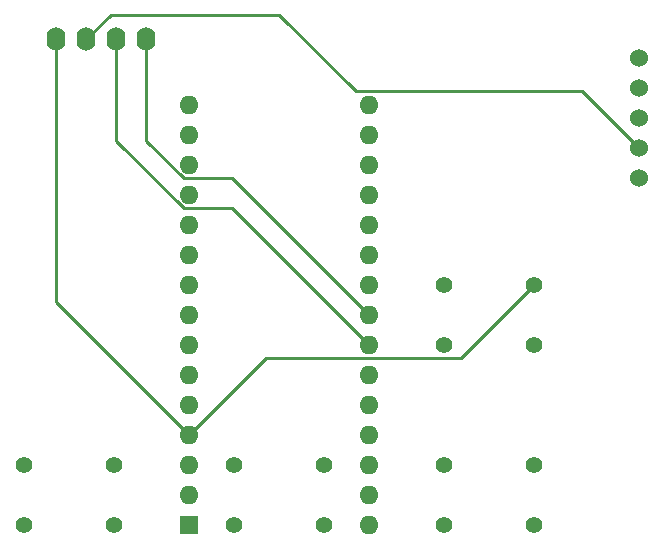
<source format=gbr>
%TF.GenerationSoftware,KiCad,Pcbnew,7.0.9*%
%TF.CreationDate,2023-12-01T18:07:20+01:00*%
%TF.ProjectId,MusicControllerPCB,4d757369-6343-46f6-9e74-726f6c6c6572,rev?*%
%TF.SameCoordinates,Original*%
%TF.FileFunction,Copper,L2,Bot*%
%TF.FilePolarity,Positive*%
%FSLAX46Y46*%
G04 Gerber Fmt 4.6, Leading zero omitted, Abs format (unit mm)*
G04 Created by KiCad (PCBNEW 7.0.9) date 2023-12-01 18:07:20*
%MOMM*%
%LPD*%
G01*
G04 APERTURE LIST*
%TA.AperFunction,ComponentPad*%
%ADD10O,1.600000X2.000000*%
%TD*%
%TA.AperFunction,ComponentPad*%
%ADD11C,1.397000*%
%TD*%
%TA.AperFunction,ComponentPad*%
%ADD12C,1.524000*%
%TD*%
%TA.AperFunction,ComponentPad*%
%ADD13R,1.600000X1.600000*%
%TD*%
%TA.AperFunction,ComponentPad*%
%ADD14O,1.600000X1.600000*%
%TD*%
%TA.AperFunction,Conductor*%
%ADD15C,0.250000*%
%TD*%
G04 APERTURE END LIST*
D10*
%TO.P,Brd1,1,GND*%
%TO.N,Net-(A1-+5V)*%
X62420000Y-63060000D03*
%TO.P,Brd1,2,VCC*%
%TO.N,Net-(A1-A5)*%
X64960000Y-63060000D03*
%TO.P,Brd1,3,SCL*%
X67500000Y-63060000D03*
%TO.P,Brd1,4,SDA*%
X70040000Y-63060000D03*
%TD*%
D11*
%TO.P,SW3,1,1*%
%TO.N,Net-(A1-+5V)*%
X95250000Y-99060000D03*
X102870000Y-99060000D03*
%TO.P,SW3,2,2*%
%TO.N,Net-(A1-D4)*%
X95250000Y-104140000D03*
X102870000Y-104140000D03*
%TD*%
%TO.P,SW1,1,1*%
%TO.N,Net-(A1-+5V)*%
X59690000Y-99060000D03*
X67310000Y-99060000D03*
%TO.P,SW1,2,2*%
%TO.N,Net-(A1-D2)*%
X59690000Y-104140000D03*
X67310000Y-104140000D03*
%TD*%
%TO.P,SW2,1,1*%
%TO.N,Net-(A1-+5V)*%
X77470000Y-99060000D03*
X85090000Y-99060000D03*
%TO.P,SW2,2,2*%
%TO.N,Net-(A1-D3)*%
X77470000Y-104140000D03*
X85090000Y-104140000D03*
%TD*%
%TO.P,SW4,1,1*%
%TO.N,Net-(A1-+5V)*%
X95250000Y-83820000D03*
X102870000Y-83820000D03*
%TO.P,SW4,2,2*%
%TO.N,Net-(A1-D5)*%
X95250000Y-88900000D03*
X102870000Y-88900000D03*
%TD*%
D12*
%TO.P,RotaryEncoder1,1,CLK*%
%TO.N,Net-(A1-D11)*%
X111760000Y-64660000D03*
%TO.P,RotaryEncoder1,2,DT*%
%TO.N,Net-(A1-D10)*%
X111760000Y-67200000D03*
%TO.P,RotaryEncoder1,3,SW*%
%TO.N,unconnected-(RotaryEncoder1-SW-Pad3)*%
X111760000Y-69740000D03*
%TO.P,RotaryEncoder1,4,+*%
%TO.N,Net-(A1-A5)*%
X111760000Y-72280000D03*
%TO.P,RotaryEncoder1,5,GND*%
%TO.N,Net-(RotaryEncoder1-GND)*%
X111760000Y-74820000D03*
%TD*%
D13*
%TO.P,A1,1,D1/TX*%
%TO.N,unconnected-(A1-D1{slash}TX-Pad1)*%
X73660000Y-104140000D03*
D14*
%TO.P,A1,2,D0/RX*%
%TO.N,unconnected-(A1-D0{slash}RX-Pad2)*%
X73660000Y-101600000D03*
%TO.P,A1,3,~{RESET}*%
%TO.N,unconnected-(A1-~{RESET}-Pad3)*%
X73660000Y-99060000D03*
%TO.P,A1,4,GND*%
%TO.N,Net-(A1-+5V)*%
X73660000Y-96520000D03*
%TO.P,A1,5,D2*%
%TO.N,Net-(A1-D2)*%
X73660000Y-93980000D03*
%TO.P,A1,6,D3*%
%TO.N,Net-(A1-D3)*%
X73660000Y-91440000D03*
%TO.P,A1,7,D4*%
%TO.N,Net-(A1-D4)*%
X73660000Y-88900000D03*
%TO.P,A1,8,D5*%
%TO.N,Net-(A1-D5)*%
X73660000Y-86360000D03*
%TO.P,A1,9,D6*%
%TO.N,unconnected-(A1-D6-Pad9)*%
X73660000Y-83820000D03*
%TO.P,A1,10,D7*%
%TO.N,unconnected-(A1-D7-Pad10)*%
X73660000Y-81280000D03*
%TO.P,A1,11,D8*%
%TO.N,unconnected-(A1-D8-Pad11)*%
X73660000Y-78740000D03*
%TO.P,A1,12,D9*%
%TO.N,unconnected-(A1-D9-Pad12)*%
X73660000Y-76200000D03*
%TO.P,A1,13,D10*%
%TO.N,Net-(A1-D10)*%
X73660000Y-73660000D03*
%TO.P,A1,14,D11*%
%TO.N,Net-(A1-D11)*%
X73660000Y-71120000D03*
%TO.P,A1,15,D12*%
%TO.N,unconnected-(A1-D12-Pad15)*%
X73660000Y-68580000D03*
%TO.P,A1,16,D13*%
%TO.N,unconnected-(A1-D13-Pad16)*%
X88900000Y-68580000D03*
%TO.P,A1,17,3V3*%
%TO.N,unconnected-(A1-3V3-Pad17)*%
X88900000Y-71120000D03*
%TO.P,A1,18,AREF*%
%TO.N,unconnected-(A1-AREF-Pad18)*%
X88900000Y-73660000D03*
%TO.P,A1,19,A0*%
%TO.N,unconnected-(A1-A0-Pad19)*%
X88900000Y-76200000D03*
%TO.P,A1,20,A1*%
%TO.N,unconnected-(A1-A1-Pad20)*%
X88900000Y-78740000D03*
%TO.P,A1,21,A2*%
%TO.N,unconnected-(A1-A2-Pad21)*%
X88900000Y-81280000D03*
%TO.P,A1,22,A3*%
%TO.N,unconnected-(A1-A3-Pad22)*%
X88900000Y-83820000D03*
%TO.P,A1,23,A4*%
%TO.N,Net-(A1-A5)*%
X88900000Y-86360000D03*
%TO.P,A1,24,A5*%
X88900000Y-88900000D03*
%TO.P,A1,25,A6*%
%TO.N,unconnected-(A1-A6-Pad25)*%
X88900000Y-91440000D03*
%TO.P,A1,26,A7*%
%TO.N,unconnected-(A1-A7-Pad26)*%
X88900000Y-93980000D03*
%TO.P,A1,27,+5V*%
%TO.N,Net-(A1-A5)*%
X88900000Y-96520000D03*
%TO.P,A1,28,~{RESET}*%
%TO.N,unconnected-(A1-~{RESET}-Pad28)*%
X88900000Y-99060000D03*
%TO.P,A1,29,GND*%
%TO.N,Net-(RotaryEncoder1-GND)*%
X88900000Y-101600000D03*
%TO.P,A1,30,VIN*%
%TO.N,unconnected-(A1-VIN-Pad30)*%
X88900000Y-104140000D03*
%TD*%
D15*
%TO.N,Net-(A1-A5)*%
X106935000Y-67455000D02*
X111760000Y-72280000D01*
X87775000Y-67455000D02*
X106935000Y-67455000D01*
X81280000Y-60960000D02*
X87775000Y-67455000D01*
X67060000Y-60960000D02*
X81280000Y-60960000D01*
X64960000Y-63060000D02*
X67060000Y-60960000D01*
X70040000Y-71630991D02*
X73194009Y-74785000D01*
X73194009Y-74785000D02*
X77325000Y-74785000D01*
X70040000Y-63060000D02*
X70040000Y-71630991D01*
X77325000Y-74785000D02*
X88900000Y-86360000D01*
X77325000Y-77325000D02*
X88900000Y-88900000D01*
X67500000Y-71630991D02*
X73194009Y-77325000D01*
X67500000Y-63060000D02*
X67500000Y-71630991D01*
X73194009Y-77325000D02*
X77325000Y-77325000D01*
%TO.N,Net-(A1-+5V)*%
X62420000Y-85280000D02*
X73660000Y-96520000D01*
X62420000Y-63060000D02*
X62420000Y-85280000D01*
X102870000Y-83820000D02*
X96665000Y-90025000D01*
X80155000Y-90025000D02*
X73660000Y-96520000D01*
X96665000Y-90025000D02*
X80155000Y-90025000D01*
%TD*%
M02*

</source>
